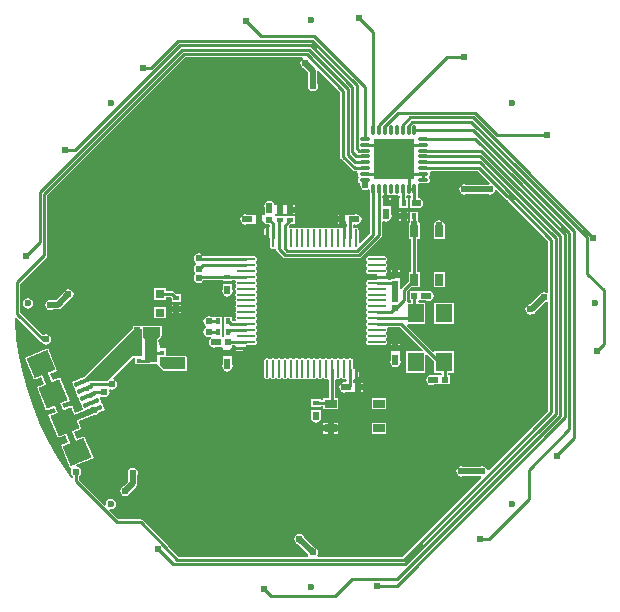
<source format=gtl>
G04 Layer_Physical_Order=1*
G04 Layer_Color=255*
%FSAX25Y25*%
%MOIN*%
G70*
G01*
G75*
%ADD10R,0.03937X0.06299*%
%ADD11R,0.01772X0.01181*%
G04:AMPARAMS|DCode=12|XSize=56mil|YSize=14mil|CornerRadius=0mil|HoleSize=0mil|Usage=FLASHONLY|Rotation=22.500|XOffset=0mil|YOffset=0mil|HoleType=Round|Shape=Rectangle|*
%AMROTATEDRECTD12*
4,1,4,-0.02319,-0.01718,-0.02855,-0.00425,0.02319,0.01718,0.02855,0.00425,-0.02319,-0.01718,0.0*
%
%ADD12ROTATEDRECTD12*%

G04:AMPARAMS|DCode=13|XSize=71mil|YSize=75mil|CornerRadius=0mil|HoleSize=0mil|Usage=FLASHONLY|Rotation=292.500|XOffset=0mil|YOffset=0mil|HoleType=Round|Shape=Rectangle|*
%AMROTATEDRECTD13*
4,1,4,-0.04823,0.01845,0.02106,0.04715,0.04823,-0.01845,-0.02106,-0.04715,-0.04823,0.01845,0.0*
%
%ADD13ROTATEDRECTD13*%

%ADD14P,0.10607X4X337.5*%
%ADD15R,0.03937X0.02559*%
%ADD16O,0.06102X0.00984*%
%ADD17O,0.00984X0.06102*%
G04:AMPARAMS|DCode=18|XSize=135.83mil|YSize=135.83mil|CornerRadius=2.04mil|HoleSize=0mil|Usage=FLASHONLY|Rotation=180.000|XOffset=0mil|YOffset=0mil|HoleType=Round|Shape=RoundedRectangle|*
%AMROUNDEDRECTD18*
21,1,0.13583,0.13175,0,0,180.0*
21,1,0.13175,0.13583,0,0,180.0*
1,1,0.00408,-0.06588,0.06588*
1,1,0.00408,0.06588,0.06588*
1,1,0.00408,0.06588,-0.06588*
1,1,0.00408,-0.06588,-0.06588*
%
%ADD18ROUNDEDRECTD18*%
G04:AMPARAMS|DCode=19|XSize=11.02mil|YSize=33.47mil|CornerRadius=1.98mil|HoleSize=0mil|Usage=FLASHONLY|Rotation=180.000|XOffset=0mil|YOffset=0mil|HoleType=Round|Shape=RoundedRectangle|*
%AMROUNDEDRECTD19*
21,1,0.01102,0.02950,0,0,180.0*
21,1,0.00706,0.03347,0,0,180.0*
1,1,0.00397,-0.00353,0.01475*
1,1,0.00397,0.00353,0.01475*
1,1,0.00397,0.00353,-0.01475*
1,1,0.00397,-0.00353,-0.01475*
%
%ADD19ROUNDEDRECTD19*%
G04:AMPARAMS|DCode=20|XSize=11.02mil|YSize=33.47mil|CornerRadius=1.98mil|HoleSize=0mil|Usage=FLASHONLY|Rotation=270.000|XOffset=0mil|YOffset=0mil|HoleType=Round|Shape=RoundedRectangle|*
%AMROUNDEDRECTD20*
21,1,0.01102,0.02950,0,0,270.0*
21,1,0.00706,0.03347,0,0,270.0*
1,1,0.00397,-0.01475,-0.00353*
1,1,0.00397,-0.01475,0.00353*
1,1,0.00397,0.01475,0.00353*
1,1,0.00397,0.01475,-0.00353*
%
%ADD20ROUNDEDRECTD20*%
%ADD21R,0.02165X0.01772*%
%ADD22R,0.03150X0.02756*%
%ADD23R,0.05118X0.02756*%
%ADD24R,0.01969X0.02047*%
%ADD25R,0.05500X0.06300*%
%ADD26R,0.02559X0.03937*%
%ADD27R,0.01772X0.02165*%
%ADD28R,0.02047X0.01969*%
%ADD29C,0.02000*%
%ADD30C,0.01000*%
%ADD31C,0.02362*%
%ADD32C,0.02400*%
G36*
X0452500Y0244000D02*
X0449500D01*
X0441000Y0235500D01*
X0433500D01*
Y0236500D01*
X0450000Y0253000D01*
X0452500D01*
Y0244000D01*
D02*
G37*
G36*
X0458500Y0250500D02*
X0457500Y0249500D01*
Y0245500D01*
X0453500D01*
X0453500Y0249500D01*
X0453000Y0250000D01*
X0453000Y0253500D01*
X0458500D01*
Y0250500D01*
D02*
G37*
G36*
X0506156Y0342980D02*
X0505774Y0342726D01*
X0505399Y0342163D01*
X0505267Y0341500D01*
X0505399Y0340837D01*
X0505774Y0340274D01*
X0506337Y0339899D01*
X0506464Y0339873D01*
X0507971Y0338367D01*
Y0334771D01*
X0507899Y0334663D01*
X0507767Y0334000D01*
X0507899Y0333337D01*
X0508274Y0332774D01*
X0508837Y0332399D01*
X0509500Y0332267D01*
X0510163Y0332399D01*
X0510726Y0332774D01*
X0511101Y0333337D01*
X0511233Y0334000D01*
X0511101Y0334663D01*
X0511029Y0334771D01*
Y0338836D01*
X0511458Y0339054D01*
X0511512Y0339060D01*
X0518563Y0332010D01*
Y0310417D01*
X0518641Y0310027D01*
X0518862Y0309696D01*
X0522732Y0305826D01*
X0523063Y0305605D01*
X0523453Y0305528D01*
X0524238D01*
X0524332Y0305449D01*
X0524588Y0305028D01*
X0524569Y0304931D01*
Y0304226D01*
X0524623Y0303954D01*
X0524778Y0303723D01*
Y0303467D01*
X0524623Y0303236D01*
X0524569Y0302963D01*
Y0302257D01*
X0524623Y0301985D01*
X0524778Y0301754D01*
X0525009Y0301600D01*
X0525281Y0301545D01*
X0525357Y0301453D01*
X0525267Y0301000D01*
X0525399Y0300337D01*
X0525774Y0299774D01*
X0526337Y0299399D01*
X0527000Y0299267D01*
X0527663Y0299399D01*
X0528045Y0299654D01*
X0528545Y0299421D01*
Y0298281D01*
X0528591Y0298054D01*
Y0284852D01*
X0525237Y0281498D01*
X0524775Y0281690D01*
Y0285811D01*
X0524698Y0286198D01*
X0524479Y0286526D01*
X0524151Y0286746D01*
X0523764Y0286823D01*
X0523377Y0286746D01*
X0523315Y0286704D01*
X0522815Y0286971D01*
Y0287752D01*
X0523315Y0287913D01*
X0523337Y0287899D01*
X0524000Y0287767D01*
X0524663Y0287899D01*
X0525226Y0288274D01*
X0525601Y0288837D01*
X0525733Y0289500D01*
X0525601Y0290163D01*
X0525226Y0290726D01*
X0524663Y0291101D01*
X0524000Y0291233D01*
X0523337Y0291101D01*
X0523220Y0291024D01*
X0521370D01*
X0521130Y0291024D01*
Y0291024D01*
X0520870D01*
Y0291024D01*
X0520386D01*
Y0289500D01*
Y0287976D01*
X0520776D01*
Y0286971D01*
X0520276Y0286704D01*
X0520214Y0286746D01*
X0519827Y0286823D01*
X0519440Y0286746D01*
X0519111Y0286526D01*
X0518574D01*
X0518245Y0286746D01*
X0517858Y0286823D01*
X0517471Y0286746D01*
X0517143Y0286526D01*
X0516605D01*
X0516277Y0286746D01*
X0515890Y0286823D01*
X0515503Y0286746D01*
X0515174Y0286526D01*
X0514637D01*
X0514308Y0286746D01*
X0513921Y0286823D01*
X0513534Y0286746D01*
X0513206Y0286526D01*
X0512668D01*
X0512340Y0286746D01*
X0511953Y0286823D01*
X0511566Y0286746D01*
X0511237Y0286526D01*
X0510700D01*
X0510371Y0286746D01*
X0509984Y0286823D01*
X0509597Y0286746D01*
X0509269Y0286526D01*
X0508731D01*
X0508403Y0286746D01*
X0508016Y0286823D01*
X0507629Y0286746D01*
X0507301Y0286526D01*
X0506763D01*
X0506434Y0286746D01*
X0506047Y0286823D01*
X0505660Y0286746D01*
X0505332Y0286526D01*
X0504794D01*
X0504466Y0286746D01*
X0504079Y0286823D01*
X0503692Y0286746D01*
X0503364Y0286526D01*
X0502825D01*
X0502497Y0286746D01*
X0502110Y0286823D01*
X0501723Y0286746D01*
X0501536Y0287179D01*
X0501510Y0287297D01*
X0502056Y0287842D01*
X0503583D01*
Y0290614D01*
X0500583D01*
X0500417Y0290614D01*
Y0290614D01*
X0500083D01*
Y0290614D01*
X0497237D01*
X0496775Y0291055D01*
X0496775Y0291293D01*
X0496918Y0291386D01*
X0497024Y0291386D01*
X0497500D01*
Y0292772D01*
Y0294158D01*
X0497212D01*
X0496917Y0294158D01*
X0496627Y0294537D01*
X0496601Y0294663D01*
X0496226Y0295226D01*
X0495663Y0295601D01*
X0495000Y0295733D01*
X0494337Y0295601D01*
X0493774Y0295226D01*
X0493399Y0294663D01*
X0493267Y0294000D01*
X0493399Y0293337D01*
X0493476Y0293220D01*
Y0291318D01*
X0493132Y0291050D01*
X0493020Y0291024D01*
X0492614D01*
Y0289500D01*
Y0287976D01*
X0493007D01*
X0493476Y0287902D01*
X0493567Y0287902D01*
X0495042D01*
X0495185Y0287759D01*
Y0286971D01*
X0494685Y0286704D01*
X0494623Y0286746D01*
X0494236Y0286823D01*
X0493849Y0286746D01*
X0493521Y0286526D01*
X0493302Y0286198D01*
X0493225Y0285811D01*
Y0284252D01*
X0494236D01*
Y0283252D01*
X0495185D01*
X0495193Y0283211D01*
Y0280693D01*
X0495236Y0280475D01*
Y0279978D01*
X0495490D01*
X0495818Y0279758D01*
X0496205Y0279681D01*
X0496592Y0279758D01*
X0496654Y0279800D01*
X0496824Y0279767D01*
X0497184Y0279553D01*
X0497231Y0279315D01*
X0497452Y0278984D01*
X0499658Y0276779D01*
X0499989Y0276558D01*
X0500379Y0276480D01*
X0524802D01*
X0525192Y0276558D01*
X0525523Y0276779D01*
X0532300Y0283555D01*
X0532521Y0283886D01*
X0532598Y0284276D01*
Y0288791D01*
X0533098Y0289058D01*
X0533337Y0288899D01*
X0534000Y0288767D01*
X0534663Y0288899D01*
X0535226Y0289274D01*
X0535601Y0289837D01*
X0535733Y0290500D01*
X0535601Y0291163D01*
X0535524Y0291280D01*
Y0293370D01*
X0535524D01*
Y0293630D01*
X0535524D01*
Y0294114D01*
X0534000D01*
Y0295114D01*
X0533000D01*
Y0296598D01*
X0532598D01*
Y0297238D01*
X0532677Y0297332D01*
X0533098Y0297588D01*
X0533194Y0297569D01*
X0533900D01*
X0534172Y0297623D01*
X0534404Y0297778D01*
X0534659D01*
X0534891Y0297623D01*
X0535163Y0297569D01*
X0535869D01*
X0536141Y0297623D01*
X0536372Y0297778D01*
X0536628D01*
X0536859Y0297623D01*
X0537132Y0297569D01*
X0537837D01*
X0537933Y0297588D01*
X0538354Y0297332D01*
X0538433Y0297238D01*
Y0296583D01*
X0538343D01*
Y0293417D01*
X0541114D01*
Y0296583D01*
X0540472D01*
Y0297238D01*
X0540551Y0297332D01*
X0540972Y0297588D01*
X0541069Y0297569D01*
X0541774D01*
X0541870Y0297588D01*
X0542291Y0297332D01*
X0542370Y0297238D01*
Y0296583D01*
X0541886D01*
Y0293417D01*
X0543809D01*
X0543837Y0293399D01*
X0544500Y0293267D01*
X0545163Y0293399D01*
X0545726Y0293774D01*
X0546101Y0294337D01*
X0546233Y0295000D01*
X0546101Y0295663D01*
X0545726Y0296226D01*
X0545163Y0296601D01*
X0544500Y0296733D01*
X0544409Y0296808D01*
Y0298054D01*
X0544455Y0298281D01*
Y0301098D01*
X0544639Y0301361D01*
X0544902Y0301545D01*
X0547719D01*
X0547991Y0301600D01*
X0548222Y0301754D01*
X0548377Y0301985D01*
X0548431Y0302257D01*
Y0302963D01*
X0548377Y0303236D01*
X0548222Y0303467D01*
Y0303723D01*
X0548377Y0303954D01*
X0548431Y0304226D01*
Y0304931D01*
X0548412Y0305028D01*
X0548668Y0305449D01*
X0548762Y0305528D01*
X0564628D01*
X0568439Y0301716D01*
X0568262Y0301186D01*
X0567837Y0301101D01*
X0567729Y0301029D01*
X0560771D01*
X0560663Y0301101D01*
X0560000Y0301233D01*
X0559337Y0301101D01*
X0558774Y0300726D01*
X0558399Y0300163D01*
X0558267Y0299500D01*
X0558399Y0298837D01*
X0558774Y0298274D01*
X0559337Y0297899D01*
X0560000Y0297767D01*
X0560663Y0297899D01*
X0560771Y0297971D01*
X0567729D01*
X0567837Y0297899D01*
X0568500Y0297767D01*
X0569163Y0297899D01*
X0569726Y0298274D01*
X0570101Y0298837D01*
X0570186Y0299262D01*
X0570716Y0299439D01*
X0573669Y0296486D01*
X0573732Y0296444D01*
X0587980Y0282196D01*
Y0265157D01*
X0587480Y0264890D01*
X0587163Y0265101D01*
X0586500Y0265233D01*
X0585837Y0265101D01*
X0585274Y0264726D01*
X0584899Y0264163D01*
X0584873Y0264036D01*
X0582059Y0261222D01*
X0582000Y0261233D01*
X0581337Y0261101D01*
X0580774Y0260726D01*
X0580399Y0260163D01*
X0580267Y0259500D01*
X0580399Y0258837D01*
X0580774Y0258274D01*
X0581337Y0257899D01*
X0582000Y0257767D01*
X0582663Y0257899D01*
X0582886Y0258047D01*
X0583085Y0258087D01*
X0583581Y0258419D01*
X0587036Y0261873D01*
X0587163Y0261899D01*
X0587480Y0262110D01*
X0587980Y0261843D01*
Y0225786D01*
X0568102Y0205908D01*
X0567623Y0206053D01*
X0567601Y0206163D01*
X0567226Y0206726D01*
X0566663Y0207101D01*
X0566000Y0207233D01*
X0565337Y0207101D01*
X0565229Y0207029D01*
X0559771D01*
X0559663Y0207101D01*
X0559000Y0207233D01*
X0558337Y0207101D01*
X0557774Y0206726D01*
X0557399Y0206163D01*
X0557267Y0205500D01*
X0557399Y0204837D01*
X0557774Y0204274D01*
X0558337Y0203899D01*
X0559000Y0203767D01*
X0559663Y0203899D01*
X0559771Y0203971D01*
X0565229D01*
X0565337Y0203899D01*
X0565447Y0203877D01*
X0565592Y0203398D01*
X0539328Y0177134D01*
X0511233D01*
X0510966Y0177634D01*
X0511101Y0177837D01*
X0511233Y0178500D01*
X0511101Y0179163D01*
X0510726Y0179726D01*
X0510163Y0180101D01*
X0510036Y0180127D01*
X0506627Y0183536D01*
X0506601Y0183663D01*
X0506226Y0184226D01*
X0505663Y0184601D01*
X0505000Y0184733D01*
X0504337Y0184601D01*
X0503774Y0184226D01*
X0503399Y0183663D01*
X0503267Y0183000D01*
X0503399Y0182337D01*
X0503774Y0181774D01*
X0504337Y0181399D01*
X0504464Y0181373D01*
X0507873Y0177964D01*
X0507899Y0177837D01*
X0508034Y0177634D01*
X0507767Y0177134D01*
X0464808D01*
X0461154Y0180788D01*
X0461148Y0180815D01*
X0460927Y0181146D01*
X0452852Y0189221D01*
X0452521Y0189442D01*
X0452131Y0189520D01*
X0444613D01*
X0441574Y0192558D01*
X0441821Y0193019D01*
X0442165Y0192950D01*
X0442820Y0193081D01*
X0443376Y0193453D01*
X0443748Y0194009D01*
X0443879Y0194665D01*
X0443748Y0195320D01*
X0443376Y0195877D01*
X0442820Y0196248D01*
X0442165Y0196379D01*
X0441509Y0196248D01*
X0440952Y0195877D01*
X0440581Y0195320D01*
X0440450Y0194665D01*
X0440519Y0194321D01*
X0440058Y0194074D01*
X0431533Y0202600D01*
Y0203905D01*
X0431739Y0204043D01*
X0432114Y0204605D01*
X0432246Y0205269D01*
X0432114Y0205932D01*
X0431739Y0206494D01*
X0431176Y0206870D01*
X0431046Y0206896D01*
X0430688Y0207477D01*
X0430719Y0207589D01*
X0436450Y0209963D01*
X0433350Y0217447D01*
X0430836Y0216406D01*
X0429880Y0218715D01*
X0432393Y0219756D01*
X0431520Y0221865D01*
X0431716Y0222325D01*
X0436464Y0224187D01*
X0436618Y0224156D01*
X0437281Y0224289D01*
X0437843Y0224664D01*
X0438219Y0225226D01*
X0438225Y0225257D01*
X0440126Y0226044D01*
X0439207Y0228261D01*
X0439207Y0228261D01*
X0439016Y0228723D01*
X0438441Y0230111D01*
X0438764Y0230638D01*
X0438945Y0230660D01*
X0439337Y0230399D01*
X0440000Y0230267D01*
X0440663Y0230399D01*
X0441226Y0230774D01*
X0441601Y0231337D01*
X0441733Y0232000D01*
X0441641Y0232467D01*
X0441649Y0232486D01*
X0442014Y0232851D01*
X0442033Y0232859D01*
X0442500Y0232767D01*
X0443163Y0232899D01*
X0443726Y0233274D01*
X0444101Y0233837D01*
X0444233Y0234500D01*
X0444101Y0235163D01*
X0443726Y0235726D01*
X0443163Y0236101D01*
X0443089Y0236116D01*
X0442924Y0236659D01*
X0449724Y0243459D01*
X0450276D01*
Y0241350D01*
X0453047D01*
Y0241350D01*
X0457459D01*
X0457959Y0241000D01*
X0457959Y0241000D01*
X0458117Y0240617D01*
X0458117D01*
X0459617Y0239117D01*
X0459617Y0239117D01*
X0460000Y0238959D01*
X0460000Y0238959D01*
X0467000D01*
X0467383Y0239117D01*
X0467492Y0239382D01*
X0467559D01*
Y0243138D01*
X0467541D01*
Y0243500D01*
X0467383Y0243883D01*
X0467000Y0244041D01*
X0460724D01*
Y0246091D01*
X0460724D01*
Y0246468D01*
X0460724D01*
Y0246500D01*
X0458500D01*
X0458502Y0247559D01*
X0458339D01*
Y0248650D01*
X0458041D01*
Y0249276D01*
X0458883Y0250117D01*
X0459041Y0250500D01*
X0459041Y0250500D01*
Y0250513D01*
X0459130Y0250976D01*
D01*
Y0254024D01*
X0459130D01*
X0458542Y0254024D01*
X0458500Y0254041D01*
X0453000D01*
X0452630Y0254024D01*
X0452370D01*
X0452370Y0254024D01*
X0449402D01*
Y0253167D01*
X0433159Y0236924D01*
X0429161Y0235268D01*
X0430080Y0233051D01*
X0430080Y0233051D01*
X0430140Y0232904D01*
X0430140Y0232904D01*
X0431059Y0230687D01*
X0431059Y0230687D01*
X0431250Y0230225D01*
X0431923Y0228600D01*
X0432115Y0228138D01*
X0432230Y0227860D01*
X0432823Y0226428D01*
X0432627Y0225968D01*
X0430212Y0225021D01*
X0429141Y0227609D01*
X0426627Y0226568D01*
X0426053Y0227954D01*
X0428566Y0228995D01*
X0425314Y0236848D01*
X0422800Y0235807D01*
X0421863Y0238069D01*
X0424377Y0239110D01*
X0421277Y0246593D01*
X0413424Y0243340D01*
X0416524Y0235857D01*
X0419037Y0236898D01*
X0419974Y0234636D01*
X0417461Y0233595D01*
X0420714Y0225742D01*
X0423227Y0226783D01*
X0423801Y0225398D01*
X0421287Y0224357D01*
X0424540Y0216504D01*
X0427054Y0217545D01*
X0428011Y0215235D01*
X0425497Y0214194D01*
X0428597Y0206710D01*
X0428727Y0206764D01*
X0428828Y0206707D01*
X0428985Y0206042D01*
X0428912Y0205932D01*
X0428780Y0205269D01*
X0428912Y0204605D01*
X0429287Y0204043D01*
X0429493Y0203905D01*
Y0203396D01*
X0429018Y0203240D01*
X0427529Y0205264D01*
X0424282Y0210286D01*
X0421344Y0215495D01*
X0418726Y0220871D01*
X0416438Y0226396D01*
X0414487Y0232049D01*
X0412882Y0237809D01*
X0411626Y0243656D01*
X0410727Y0249568D01*
X0410185Y0255523D01*
X0410150Y0256701D01*
X0410644Y0256914D01*
X0418779Y0248779D01*
X0419065Y0248588D01*
X0419274Y0248274D01*
X0419837Y0247899D01*
X0420500Y0247767D01*
X0421163Y0247899D01*
X0421726Y0248274D01*
X0422101Y0248837D01*
X0422233Y0249500D01*
X0422101Y0250163D01*
X0421726Y0250726D01*
X0421163Y0251101D01*
X0420500Y0251233D01*
X0419837Y0251101D01*
X0419539Y0250903D01*
X0412020Y0258422D01*
Y0268078D01*
X0420721Y0276779D01*
X0420942Y0277110D01*
X0421020Y0277500D01*
Y0297578D01*
X0466922Y0343480D01*
X0506004D01*
X0506156Y0342980D01*
D02*
G37*
G36*
X0467000Y0239500D02*
X0460000D01*
X0458500Y0241000D01*
X0458500Y0243500D01*
X0467000D01*
Y0239500D01*
D02*
G37*
%LPC*%
G36*
X0489865Y0245736D02*
X0488248D01*
Y0245725D01*
X0489807D01*
X0489865Y0245736D01*
D02*
G37*
G36*
X0524764Y0242365D02*
Y0240748D01*
X0524775D01*
Y0242307D01*
X0524764Y0242365D01*
D02*
G37*
G36*
X0521795Y0243319D02*
X0521408Y0243242D01*
X0521080Y0243022D01*
X0520542D01*
X0520214Y0243242D01*
X0519827Y0243319D01*
X0519440Y0243242D01*
X0519111Y0243022D01*
X0518574D01*
X0518245Y0243242D01*
X0517858Y0243319D01*
X0517471Y0243242D01*
X0517143Y0243022D01*
X0516605D01*
X0516277Y0243242D01*
X0515890Y0243319D01*
X0515503Y0243242D01*
X0515174Y0243022D01*
X0514637D01*
X0514308Y0243242D01*
X0513921Y0243319D01*
X0513534Y0243242D01*
X0513206Y0243022D01*
X0512668D01*
X0512340Y0243242D01*
X0511953Y0243319D01*
X0511566Y0243242D01*
X0511237Y0243022D01*
X0510700D01*
X0510371Y0243242D01*
X0509984Y0243319D01*
X0509597Y0243242D01*
X0509269Y0243022D01*
X0508731D01*
X0508403Y0243242D01*
X0508016Y0243319D01*
X0507629Y0243242D01*
X0507301Y0243022D01*
X0506763D01*
X0506434Y0243242D01*
X0506047Y0243319D01*
X0505660Y0243242D01*
X0505332Y0243022D01*
X0504794D01*
X0504466Y0243242D01*
X0504079Y0243319D01*
X0503692Y0243242D01*
X0503364Y0243022D01*
X0502825D01*
X0502497Y0243242D01*
X0502110Y0243319D01*
X0501723Y0243242D01*
X0501395Y0243022D01*
X0500857D01*
X0500529Y0243242D01*
X0500142Y0243319D01*
X0499755Y0243242D01*
X0499427Y0243022D01*
X0498888D01*
X0498560Y0243242D01*
X0498173Y0243319D01*
X0497786Y0243242D01*
X0497458Y0243022D01*
X0496920D01*
X0496592Y0243242D01*
X0496205Y0243319D01*
X0495818Y0243242D01*
X0495490Y0243022D01*
X0494951D01*
X0494623Y0243242D01*
X0494236Y0243319D01*
X0493849Y0243242D01*
X0493521Y0243022D01*
X0493302Y0242694D01*
X0493225Y0242307D01*
Y0237189D01*
X0493302Y0236802D01*
X0493521Y0236474D01*
X0493849Y0236254D01*
X0494236Y0236177D01*
X0494623Y0236254D01*
X0494951Y0236474D01*
X0495490D01*
X0495818Y0236254D01*
X0496205Y0236177D01*
X0496592Y0236254D01*
X0496920Y0236474D01*
X0497458D01*
X0497786Y0236254D01*
X0498173Y0236177D01*
X0498560Y0236254D01*
X0498888Y0236474D01*
X0499427D01*
X0499755Y0236254D01*
X0500142Y0236177D01*
X0500529Y0236254D01*
X0500857Y0236474D01*
X0501395D01*
X0501723Y0236254D01*
X0502110Y0236177D01*
X0502497Y0236254D01*
X0502825Y0236474D01*
X0503364D01*
X0503692Y0236254D01*
X0504079Y0236177D01*
X0504466Y0236254D01*
X0504794Y0236474D01*
X0505332D01*
X0505660Y0236254D01*
X0506047Y0236177D01*
X0506434Y0236254D01*
X0506763Y0236474D01*
X0507301D01*
X0507629Y0236254D01*
X0508016Y0236177D01*
X0508403Y0236254D01*
X0508731Y0236474D01*
X0509269D01*
X0509597Y0236254D01*
X0509984Y0236177D01*
X0510371Y0236254D01*
X0510700Y0236474D01*
X0511237D01*
X0511566Y0236254D01*
X0511953Y0236177D01*
X0512340Y0236254D01*
X0512668Y0236474D01*
X0513206D01*
X0513534Y0236254D01*
X0513921Y0236177D01*
X0514308Y0236254D01*
X0514370Y0236296D01*
X0514870Y0236029D01*
Y0229913D01*
X0512961D01*
Y0229291D01*
X0512083D01*
Y0229658D01*
X0508917D01*
Y0226886D01*
X0512083D01*
Y0227252D01*
X0512961D01*
Y0226354D01*
X0517898D01*
Y0229913D01*
X0516909D01*
Y0236029D01*
X0517409Y0236296D01*
X0517471Y0236254D01*
X0517858Y0236177D01*
X0518245Y0236254D01*
X0518574Y0236474D01*
X0519111D01*
X0519440Y0236254D01*
X0519827Y0236177D01*
X0520214Y0236254D01*
X0520276Y0236296D01*
X0520734Y0236051D01*
X0520756Y0235566D01*
X0520276Y0235178D01*
X0520000Y0235233D01*
X0519337Y0235101D01*
X0518774Y0234726D01*
X0518399Y0234163D01*
X0518267Y0233500D01*
X0518399Y0232837D01*
X0518774Y0232274D01*
X0519337Y0231899D01*
X0520000Y0231767D01*
X0520663Y0231899D01*
X0520780Y0231976D01*
X0523000Y0231976D01*
X0523370Y0231976D01*
X0523614D01*
Y0233500D01*
Y0235024D01*
X0523370D01*
X0523130Y0235024D01*
X0522815Y0235393D01*
Y0236029D01*
X0523315Y0236296D01*
X0523377Y0236254D01*
X0523764Y0236177D01*
X0524151Y0236254D01*
X0524479Y0236474D01*
X0524698Y0236802D01*
X0524775Y0237189D01*
Y0238748D01*
X0523764D01*
Y0239748D01*
X0522815D01*
X0522807Y0239789D01*
Y0242307D01*
X0522764Y0242525D01*
Y0243022D01*
X0522510D01*
X0522182Y0243242D01*
X0521795Y0243319D01*
D02*
G37*
G36*
X0529752Y0245736D02*
X0528135D01*
X0528193Y0245725D01*
X0529752D01*
Y0245736D01*
D02*
G37*
G36*
X0556500Y0261800D02*
X0550000D01*
Y0254500D01*
X0556500D01*
Y0261800D01*
D02*
G37*
G36*
X0471500Y0278233D02*
X0470837Y0278101D01*
X0470274Y0277726D01*
X0469899Y0277163D01*
X0469767Y0276500D01*
X0469899Y0275837D01*
X0470274Y0275274D01*
X0470636Y0275032D01*
Y0274467D01*
X0470274Y0274226D01*
X0469899Y0273663D01*
X0469767Y0273000D01*
X0469899Y0272337D01*
X0470274Y0271774D01*
X0470311Y0271750D01*
Y0271250D01*
X0470274Y0271226D01*
X0469899Y0270663D01*
X0469767Y0270000D01*
X0469899Y0269337D01*
X0470274Y0268774D01*
X0470837Y0268399D01*
X0471500Y0268267D01*
X0472163Y0268399D01*
X0472726Y0268774D01*
X0473045Y0269252D01*
X0479417D01*
Y0268886D01*
X0482583D01*
Y0269339D01*
X0483528D01*
X0483796Y0268839D01*
X0483754Y0268777D01*
X0483677Y0268390D01*
X0483754Y0268003D01*
X0483974Y0267674D01*
Y0267137D01*
X0483754Y0266808D01*
X0483677Y0266421D01*
X0483754Y0266034D01*
X0483974Y0265706D01*
Y0265168D01*
X0483754Y0264840D01*
X0483677Y0264453D01*
X0483754Y0264066D01*
X0483974Y0263738D01*
Y0263199D01*
X0483754Y0262871D01*
X0483677Y0262484D01*
X0483754Y0262097D01*
X0483974Y0261769D01*
Y0261231D01*
X0483754Y0260903D01*
X0483677Y0260516D01*
X0483754Y0260129D01*
X0483974Y0259801D01*
Y0259262D01*
X0483754Y0258934D01*
X0483677Y0258547D01*
X0483754Y0258160D01*
X0483974Y0257832D01*
Y0257294D01*
X0483754Y0256966D01*
X0483677Y0256579D01*
X0483754Y0256192D01*
X0483796Y0256130D01*
X0483528Y0255630D01*
X0482657D01*
Y0257083D01*
X0479886D01*
Y0254083D01*
X0479886Y0253917D01*
X0479886D01*
Y0253583D01*
X0479886D01*
Y0250737D01*
X0479445Y0250275D01*
X0479207Y0250275D01*
X0479114Y0250418D01*
X0479114Y0250524D01*
Y0253417D01*
X0479114Y0253917D01*
X0479114Y0254083D01*
Y0257083D01*
X0476342D01*
Y0257047D01*
X0476314Y0257021D01*
X0475843Y0256826D01*
X0475430Y0257101D01*
X0474767Y0257233D01*
X0474103Y0257101D01*
X0473541Y0256726D01*
X0473165Y0256163D01*
X0473033Y0255500D01*
X0473165Y0254837D01*
X0473541Y0254274D01*
X0473903Y0254032D01*
Y0253467D01*
X0473541Y0253226D01*
X0473165Y0252663D01*
X0473033Y0252000D01*
X0473165Y0251337D01*
X0473541Y0250774D01*
X0474103Y0250399D01*
X0474767Y0250267D01*
X0475430Y0250399D01*
X0475639Y0249969D01*
X0475274Y0249726D01*
X0474899Y0249163D01*
X0474767Y0248500D01*
X0474899Y0247837D01*
X0475274Y0247274D01*
X0475837Y0246899D01*
X0476500Y0246767D01*
X0477163Y0246899D01*
X0477280Y0246976D01*
X0479182D01*
X0479450Y0246632D01*
X0479476Y0246520D01*
Y0246114D01*
X0481000D01*
X0482524D01*
Y0246507D01*
X0482598Y0246976D01*
X0482598Y0247067D01*
Y0247685D01*
X0483528D01*
X0483796Y0247185D01*
X0483754Y0247123D01*
X0483677Y0246736D01*
X0483754Y0246349D01*
X0483974Y0246021D01*
X0484302Y0245802D01*
X0484689Y0245725D01*
X0486248D01*
Y0246736D01*
X0487248D01*
Y0247685D01*
X0487289Y0247693D01*
X0489807D01*
X0490025Y0247736D01*
X0490522D01*
Y0247989D01*
X0490742Y0248318D01*
X0490819Y0248705D01*
X0490742Y0249092D01*
X0490522Y0249420D01*
Y0249958D01*
X0490742Y0250286D01*
X0490819Y0250673D01*
X0490742Y0251060D01*
X0490522Y0251389D01*
Y0251926D01*
X0490742Y0252255D01*
X0490819Y0252642D01*
X0490742Y0253029D01*
X0490522Y0253357D01*
Y0253895D01*
X0490742Y0254223D01*
X0490819Y0254610D01*
X0490742Y0254997D01*
X0490522Y0255326D01*
Y0255863D01*
X0490742Y0256192D01*
X0490819Y0256579D01*
X0490742Y0256966D01*
X0490522Y0257294D01*
Y0257832D01*
X0490742Y0258160D01*
X0490819Y0258547D01*
X0490742Y0258934D01*
X0490522Y0259262D01*
Y0259801D01*
X0490742Y0260129D01*
X0490819Y0260516D01*
X0490742Y0260903D01*
X0490522Y0261231D01*
Y0261769D01*
X0490742Y0262097D01*
X0490819Y0262484D01*
X0490742Y0262871D01*
X0490522Y0263199D01*
Y0263738D01*
X0490742Y0264066D01*
X0490819Y0264453D01*
X0490742Y0264840D01*
X0490522Y0265168D01*
Y0265706D01*
X0490742Y0266034D01*
X0490819Y0266421D01*
X0490742Y0266808D01*
X0490522Y0267137D01*
Y0267674D01*
X0490742Y0268003D01*
X0490819Y0268390D01*
X0490742Y0268777D01*
X0490522Y0269105D01*
Y0269643D01*
X0490742Y0269971D01*
X0490819Y0270358D01*
X0490742Y0270745D01*
X0490522Y0271074D01*
Y0271611D01*
X0490742Y0271940D01*
X0490819Y0272327D01*
X0490742Y0272714D01*
X0490522Y0273042D01*
Y0273580D01*
X0490742Y0273908D01*
X0490819Y0274295D01*
X0490742Y0274682D01*
X0490522Y0275011D01*
Y0275549D01*
X0490742Y0275877D01*
X0490819Y0276264D01*
X0490742Y0276651D01*
X0490522Y0276979D01*
X0490194Y0277198D01*
X0489807Y0277275D01*
X0487288D01*
X0487248Y0277283D01*
X0473021D01*
X0472726Y0277726D01*
X0472163Y0278101D01*
X0471500Y0278233D01*
D02*
G37*
G36*
X0460575Y0260228D02*
X0456425D01*
Y0256472D01*
X0460575D01*
Y0260228D01*
D02*
G37*
G36*
X0533369Y0245736D02*
X0531752D01*
Y0245725D01*
X0533311D01*
X0533369Y0245736D01*
D02*
G37*
G36*
X0536000Y0248098D02*
X0535476D01*
Y0247614D01*
X0536000D01*
Y0248098D01*
D02*
G37*
G36*
X0538524D02*
X0538000D01*
Y0247614D01*
X0538524D01*
Y0248098D01*
D02*
G37*
G36*
Y0245614D02*
X0537000D01*
X0535476D01*
Y0245000D01*
X0535476Y0244630D01*
Y0242780D01*
X0535399Y0242663D01*
X0535267Y0242000D01*
X0535399Y0241337D01*
X0535774Y0240774D01*
X0536337Y0240399D01*
X0537000Y0240267D01*
X0537663Y0240399D01*
X0538226Y0240774D01*
X0538601Y0241337D01*
X0538733Y0242000D01*
X0538601Y0242663D01*
X0538524Y0242780D01*
X0538524Y0245000D01*
X0538524Y0245370D01*
Y0245614D01*
D02*
G37*
G36*
X0534039Y0221646D02*
X0529102D01*
Y0218087D01*
X0534039D01*
Y0221646D01*
D02*
G37*
G36*
X0514429D02*
X0512961D01*
Y0220866D01*
X0514429D01*
Y0221646D01*
D02*
G37*
G36*
X0517898Y0218866D02*
X0516429D01*
Y0218087D01*
X0517898D01*
Y0218866D01*
D02*
G37*
G36*
X0449500Y0206733D02*
X0448837Y0206601D01*
X0448274Y0206226D01*
X0447899Y0205663D01*
X0447767Y0205000D01*
X0447899Y0204337D01*
X0447971Y0204229D01*
Y0202133D01*
X0446464Y0200627D01*
X0446337Y0200601D01*
X0445774Y0200226D01*
X0445399Y0199663D01*
X0445267Y0199000D01*
X0445399Y0198337D01*
X0445774Y0197774D01*
X0446337Y0197399D01*
X0447000Y0197267D01*
X0447663Y0197399D01*
X0448226Y0197774D01*
X0448601Y0198337D01*
X0448627Y0198464D01*
X0450581Y0200419D01*
X0450913Y0200915D01*
X0451029Y0201500D01*
Y0204229D01*
X0451101Y0204337D01*
X0451233Y0205000D01*
X0451101Y0205663D01*
X0450726Y0206226D01*
X0450163Y0206601D01*
X0449500Y0206733D01*
D02*
G37*
G36*
X0514429Y0218866D02*
X0512961D01*
Y0218087D01*
X0514429D01*
Y0218866D01*
D02*
G37*
G36*
X0517898Y0221646D02*
X0516429D01*
Y0220866D01*
X0517898D01*
Y0221646D01*
D02*
G37*
G36*
X0525614Y0235024D02*
Y0234500D01*
X0526098D01*
Y0235024D01*
X0525614D01*
D02*
G37*
G36*
X0482524Y0244114D02*
X0481000D01*
X0479476D01*
Y0243500D01*
X0479476Y0243130D01*
Y0241280D01*
X0479399Y0241163D01*
X0479267Y0240500D01*
X0479399Y0239837D01*
X0479774Y0239274D01*
X0480337Y0238899D01*
X0481000Y0238767D01*
X0481663Y0238899D01*
X0482226Y0239274D01*
X0482601Y0239837D01*
X0482733Y0240500D01*
X0482601Y0241163D01*
X0482524Y0241280D01*
X0482524Y0243500D01*
X0482524Y0243870D01*
Y0244114D01*
D02*
G37*
G36*
X0526098Y0232500D02*
X0525614D01*
Y0231976D01*
X0526098D01*
Y0232500D01*
D02*
G37*
G36*
X0512083Y0226114D02*
X0508917D01*
Y0224191D01*
X0508899Y0224163D01*
X0508767Y0223500D01*
X0508899Y0222837D01*
X0509274Y0222274D01*
X0509837Y0221899D01*
X0510500Y0221767D01*
X0511163Y0221899D01*
X0511726Y0222274D01*
X0512101Y0222837D01*
X0512233Y0223500D01*
X0512101Y0224163D01*
X0512083Y0224191D01*
Y0226114D01*
D02*
G37*
G36*
X0534039Y0229913D02*
X0529102D01*
Y0226354D01*
X0534039D01*
Y0229913D01*
D02*
G37*
G36*
X0538728Y0289500D02*
X0538343D01*
Y0288917D01*
X0538728D01*
Y0289500D01*
D02*
G37*
G36*
X0541114D02*
X0540728D01*
Y0288917D01*
X0541114D01*
Y0289500D01*
D02*
G37*
G36*
X0518386Y0291024D02*
X0517902D01*
Y0290500D01*
X0518386D01*
Y0291024D01*
D02*
G37*
G36*
X0551500Y0289233D02*
X0550837Y0289101D01*
X0550274Y0288726D01*
X0549899Y0288163D01*
X0549874Y0288039D01*
X0549854D01*
Y0287941D01*
X0549767Y0287500D01*
X0549854Y0287059D01*
Y0283102D01*
X0553413D01*
Y0288039D01*
X0553126D01*
X0553101Y0288163D01*
X0552726Y0288726D01*
X0552163Y0289101D01*
X0551500Y0289233D01*
D02*
G37*
G36*
X0487000Y0291233D02*
X0486337Y0291101D01*
X0485774Y0290726D01*
X0485399Y0290163D01*
X0485267Y0289500D01*
X0485399Y0288837D01*
X0485774Y0288274D01*
X0486337Y0287899D01*
X0487000Y0287767D01*
X0487663Y0287899D01*
X0487780Y0287976D01*
X0490000Y0287976D01*
X0490370Y0287976D01*
X0490614D01*
Y0289500D01*
Y0291024D01*
X0490000D01*
X0489630Y0291024D01*
X0487780D01*
X0487663Y0291101D01*
X0487000Y0291233D01*
D02*
G37*
G36*
X0518386Y0288500D02*
X0517902D01*
Y0287976D01*
X0518386D01*
Y0288500D01*
D02*
G37*
G36*
X0503000Y0294158D02*
Y0293772D01*
X0503583D01*
Y0294158D01*
X0503000D01*
D02*
G37*
G36*
X0500083Y0294158D02*
X0499917Y0294158D01*
X0499500D01*
Y0292772D01*
Y0291386D01*
X0499917D01*
X0500417Y0291386D01*
X0500583Y0291386D01*
X0501000D01*
Y0292772D01*
Y0294158D01*
X0500583D01*
X0500083Y0294158D01*
D02*
G37*
G36*
X0535524Y0296598D02*
X0535000D01*
Y0296114D01*
X0535524D01*
Y0296598D01*
D02*
G37*
G36*
X0503583Y0291772D02*
X0503000D01*
Y0291386D01*
X0503583D01*
Y0291772D01*
D02*
G37*
G36*
X0538728Y0292083D02*
X0538343D01*
Y0291500D01*
X0538728D01*
Y0292083D01*
D02*
G37*
G36*
X0541114D02*
X0540728D01*
Y0291500D01*
X0541114D01*
Y0292083D01*
D02*
G37*
G36*
X0493236Y0282252D02*
X0493225D01*
Y0280693D01*
X0493236Y0280635D01*
Y0282252D01*
D02*
G37*
G36*
X0463000Y0261114D02*
X0462417D01*
Y0260728D01*
X0463000D01*
Y0261114D01*
D02*
G37*
G36*
X0465583D02*
X0465000D01*
Y0260728D01*
X0465583D01*
Y0261114D01*
D02*
G37*
G36*
X0460575Y0266528D02*
X0456425D01*
Y0262772D01*
X0460575D01*
Y0263630D01*
X0462200D01*
X0462417Y0263412D01*
Y0261886D01*
X0465583D01*
Y0264657D01*
X0464056D01*
X0463343Y0265371D01*
X0463012Y0265592D01*
X0462622Y0265669D01*
X0460575D01*
Y0266528D01*
D02*
G37*
G36*
X0463000Y0258728D02*
X0462417D01*
Y0258343D01*
X0463000D01*
Y0258728D01*
D02*
G37*
G36*
X0465583D02*
X0465000D01*
Y0258343D01*
X0465583D01*
Y0258728D01*
D02*
G37*
G36*
X0414480Y0263214D02*
X0413824Y0263084D01*
X0413268Y0262712D01*
X0412897Y0262156D01*
X0412766Y0261500D01*
X0412897Y0260844D01*
X0413268Y0260288D01*
X0413824Y0259916D01*
X0414480Y0259786D01*
X0415136Y0259916D01*
X0415692Y0260288D01*
X0416064Y0260844D01*
X0416194Y0261500D01*
X0416064Y0262156D01*
X0415692Y0262712D01*
X0415136Y0263084D01*
X0414480Y0263214D01*
D02*
G37*
G36*
X0553413Y0271898D02*
X0549854D01*
Y0266961D01*
X0553413D01*
Y0271898D01*
D02*
G37*
G36*
X0536000Y0272598D02*
X0535476D01*
Y0272114D01*
X0536000D01*
Y0272598D01*
D02*
G37*
G36*
X0538524D02*
X0538000D01*
Y0272114D01*
X0538524D01*
Y0272598D01*
D02*
G37*
G36*
X0428000Y0266233D02*
X0427337Y0266101D01*
X0426774Y0265726D01*
X0426399Y0265163D01*
X0426373Y0265036D01*
X0423867Y0262529D01*
X0422771D01*
X0422663Y0262601D01*
X0422000Y0262733D01*
X0421337Y0262601D01*
X0420774Y0262226D01*
X0420399Y0261663D01*
X0420267Y0261000D01*
X0420399Y0260337D01*
X0420774Y0259774D01*
X0421337Y0259399D01*
X0422000Y0259267D01*
X0422663Y0259399D01*
X0422771Y0259471D01*
X0424500D01*
X0425085Y0259587D01*
X0425581Y0259919D01*
X0428536Y0262873D01*
X0428663Y0262899D01*
X0429226Y0263274D01*
X0429601Y0263837D01*
X0429733Y0264500D01*
X0429601Y0265163D01*
X0429226Y0265726D01*
X0428663Y0266101D01*
X0428000Y0266233D01*
D02*
G37*
G36*
X0482583Y0268114D02*
X0479417D01*
Y0266191D01*
X0479399Y0266163D01*
X0479267Y0265500D01*
X0479399Y0264837D01*
X0479774Y0264274D01*
X0480337Y0263899D01*
X0481000Y0263767D01*
X0481663Y0263899D01*
X0482226Y0264274D01*
X0482601Y0264837D01*
X0482733Y0265500D01*
X0482601Y0266163D01*
X0482583Y0266191D01*
Y0268114D01*
D02*
G37*
G36*
X0544658Y0292083D02*
X0541886D01*
Y0288917D01*
X0541886Y0288917D01*
X0541822Y0288737D01*
X0541765Y0288651D01*
X0541643Y0288039D01*
X0541587D01*
Y0283102D01*
X0542347D01*
Y0271898D01*
X0541587D01*
Y0269092D01*
X0539279Y0266784D01*
X0539058Y0266453D01*
X0538602Y0266602D01*
X0538529Y0266647D01*
Y0267886D01*
X0538524Y0267915D01*
X0538524Y0269500D01*
X0538524Y0269870D01*
Y0270114D01*
X0537000D01*
X0535476D01*
Y0269630D01*
X0535068Y0269409D01*
X0534472D01*
X0534204Y0269909D01*
X0534246Y0269971D01*
X0534323Y0270358D01*
X0534246Y0270745D01*
X0534026Y0271074D01*
Y0271611D01*
X0534246Y0271940D01*
X0534323Y0272327D01*
X0534246Y0272714D01*
X0534026Y0273042D01*
Y0273580D01*
X0534246Y0273908D01*
X0534323Y0274295D01*
X0534246Y0274682D01*
X0534026Y0275011D01*
Y0275549D01*
X0534246Y0275877D01*
X0534323Y0276264D01*
X0534246Y0276651D01*
X0534026Y0276979D01*
X0533698Y0277198D01*
X0533311Y0277275D01*
X0528193D01*
X0527806Y0277198D01*
X0527478Y0276979D01*
X0527258Y0276651D01*
X0527181Y0276264D01*
X0527258Y0275877D01*
X0527478Y0275549D01*
Y0275010D01*
X0527258Y0274682D01*
X0527181Y0274295D01*
X0527258Y0273908D01*
X0527478Y0273580D01*
Y0273042D01*
X0527258Y0272714D01*
X0527181Y0272327D01*
X0527258Y0271940D01*
X0527478Y0271611D01*
Y0271358D01*
X0527975D01*
X0528193Y0271315D01*
X0530752D01*
Y0269410D01*
X0530712Y0269402D01*
X0528193D01*
X0527976Y0269358D01*
X0527478D01*
Y0269105D01*
X0527258Y0268777D01*
X0527181Y0268390D01*
X0527258Y0268003D01*
X0527478Y0267674D01*
Y0267137D01*
X0527258Y0266808D01*
X0527181Y0266421D01*
X0527258Y0266034D01*
X0527478Y0265706D01*
Y0265168D01*
X0527258Y0264840D01*
X0527181Y0264453D01*
X0527258Y0264066D01*
X0527478Y0263738D01*
Y0263199D01*
X0527258Y0262871D01*
X0527181Y0262484D01*
X0527258Y0262097D01*
X0527478Y0261769D01*
Y0261231D01*
X0527258Y0260903D01*
X0527181Y0260516D01*
X0527258Y0260129D01*
X0527478Y0259801D01*
Y0259262D01*
X0527258Y0258934D01*
X0527181Y0258547D01*
X0527258Y0258160D01*
X0527478Y0257832D01*
Y0257294D01*
X0527258Y0256966D01*
X0527181Y0256579D01*
X0527258Y0256192D01*
X0527478Y0255863D01*
Y0255326D01*
X0527258Y0254997D01*
X0527181Y0254610D01*
X0527258Y0254223D01*
X0527478Y0253895D01*
Y0253357D01*
X0527258Y0253029D01*
X0527181Y0252642D01*
X0527258Y0252255D01*
X0527478Y0251926D01*
Y0251389D01*
X0527258Y0251060D01*
X0527181Y0250673D01*
X0527258Y0250286D01*
X0527478Y0249958D01*
Y0249420D01*
X0527258Y0249092D01*
X0527181Y0248705D01*
X0527258Y0248318D01*
X0527478Y0247989D01*
Y0247736D01*
X0527975D01*
X0528193Y0247693D01*
X0530752D01*
X0533311D01*
X0533529Y0247736D01*
X0534026D01*
Y0247989D01*
X0534246Y0248318D01*
X0534323Y0248705D01*
X0534246Y0249092D01*
X0534026Y0249420D01*
Y0249958D01*
X0534246Y0250286D01*
X0534323Y0250673D01*
X0534246Y0251060D01*
X0534026Y0251389D01*
Y0251926D01*
X0534246Y0252255D01*
X0534323Y0252642D01*
X0534246Y0253029D01*
X0534204Y0253091D01*
X0534472Y0253591D01*
X0538467D01*
X0546096Y0245962D01*
X0545905Y0245500D01*
X0540500D01*
Y0238200D01*
X0547000D01*
Y0244405D01*
X0547462Y0244596D01*
X0550000Y0242058D01*
Y0238200D01*
X0552210D01*
X0552417Y0237700D01*
X0552241Y0237524D01*
X0552000D01*
X0551630Y0237524D01*
X0549780D01*
X0549663Y0237601D01*
X0549000Y0237733D01*
X0548337Y0237601D01*
X0547774Y0237226D01*
X0547399Y0236663D01*
X0547267Y0236000D01*
X0547399Y0235337D01*
X0547774Y0234774D01*
X0548337Y0234399D01*
X0549000Y0234267D01*
X0549663Y0234399D01*
X0549780Y0234476D01*
X0552000Y0234476D01*
X0552370Y0234476D01*
X0555098D01*
Y0237524D01*
X0554634D01*
Y0238200D01*
X0556500D01*
Y0245500D01*
X0550000D01*
Y0245500D01*
X0549605Y0245337D01*
X0540942Y0254000D01*
X0541149Y0254500D01*
X0547000D01*
Y0261800D01*
X0544790D01*
X0544583Y0262300D01*
X0544759Y0262476D01*
X0545000D01*
X0545370Y0262476D01*
X0547220D01*
X0547337Y0262399D01*
X0548000Y0262267D01*
X0548663Y0262399D01*
X0549226Y0262774D01*
X0549601Y0263337D01*
X0549733Y0264000D01*
X0549601Y0264663D01*
X0549226Y0265226D01*
X0548663Y0265601D01*
X0548000Y0265733D01*
X0547337Y0265601D01*
X0547220Y0265524D01*
X0545000Y0265524D01*
X0544630Y0265524D01*
X0541902D01*
Y0262476D01*
X0542366D01*
Y0261800D01*
X0541208D01*
X0540941Y0262300D01*
X0540942Y0262302D01*
X0541020Y0262692D01*
Y0265641D01*
X0542340Y0266961D01*
X0545146D01*
Y0271898D01*
X0544386D01*
Y0283102D01*
X0545146D01*
Y0288039D01*
X0545089D01*
X0544968Y0288651D01*
X0544658Y0289116D01*
Y0292083D01*
D02*
G37*
%LPD*%
D10*
X0455500Y0245000D02*
D03*
D11*
X0451661Y0242441D02*
D03*
Y0245000D02*
D03*
Y0247559D02*
D03*
X0459339D02*
D03*
Y0245000D02*
D03*
Y0242441D02*
D03*
D12*
X0432669Y0235422D02*
D03*
X0436618Y0225890D02*
D03*
X0433648Y0233058D02*
D03*
X0434628Y0230694D02*
D03*
X0435623Y0228292D02*
D03*
D13*
X0418900Y0241225D02*
D03*
X0430973Y0212078D02*
D03*
D14*
X0423014Y0231295D02*
D03*
X0426840Y0222056D02*
D03*
D15*
X0515429Y0228134D02*
D03*
Y0219866D02*
D03*
X0531571Y0228134D02*
D03*
Y0219866D02*
D03*
D16*
X0530752Y0246736D02*
D03*
Y0248705D02*
D03*
Y0250673D02*
D03*
Y0252642D02*
D03*
Y0254610D02*
D03*
Y0256579D02*
D03*
Y0258547D02*
D03*
Y0260516D02*
D03*
Y0262484D02*
D03*
Y0264453D02*
D03*
Y0266421D02*
D03*
Y0268390D02*
D03*
Y0270358D02*
D03*
Y0272327D02*
D03*
Y0274295D02*
D03*
Y0276264D02*
D03*
X0487248D02*
D03*
Y0274295D02*
D03*
Y0272327D02*
D03*
Y0270358D02*
D03*
Y0268390D02*
D03*
Y0266421D02*
D03*
Y0264453D02*
D03*
Y0262484D02*
D03*
Y0260516D02*
D03*
Y0258547D02*
D03*
Y0256579D02*
D03*
Y0254610D02*
D03*
Y0252642D02*
D03*
Y0250673D02*
D03*
Y0248705D02*
D03*
Y0246736D02*
D03*
D17*
X0523764Y0283252D02*
D03*
X0521795D02*
D03*
X0519827D02*
D03*
X0517858D02*
D03*
X0515890D02*
D03*
X0513921D02*
D03*
X0511953D02*
D03*
X0509984D02*
D03*
X0508016D02*
D03*
X0506047D02*
D03*
X0504079D02*
D03*
X0502110D02*
D03*
X0500142D02*
D03*
X0498173D02*
D03*
X0496205D02*
D03*
X0494236D02*
D03*
Y0239748D02*
D03*
X0496205D02*
D03*
X0498173D02*
D03*
X0500142D02*
D03*
X0502110D02*
D03*
X0504079D02*
D03*
X0506047D02*
D03*
X0508016D02*
D03*
X0509984D02*
D03*
X0511953D02*
D03*
X0513921D02*
D03*
X0515890D02*
D03*
X0517858D02*
D03*
X0519827D02*
D03*
X0521795D02*
D03*
X0523764D02*
D03*
D18*
X0536500Y0309500D02*
D03*
D19*
X0543390Y0299756D02*
D03*
X0541421D02*
D03*
X0539453D02*
D03*
X0537484D02*
D03*
X0535516D02*
D03*
X0533547D02*
D03*
X0531579D02*
D03*
X0529610D02*
D03*
Y0319244D02*
D03*
X0531579D02*
D03*
X0533547D02*
D03*
X0535516D02*
D03*
X0537484D02*
D03*
X0539453D02*
D03*
X0541421D02*
D03*
X0543390D02*
D03*
D20*
X0526756Y0302610D02*
D03*
Y0304579D02*
D03*
Y0306547D02*
D03*
Y0308516D02*
D03*
Y0310484D02*
D03*
Y0312453D02*
D03*
Y0314421D02*
D03*
Y0316390D02*
D03*
X0546244D02*
D03*
Y0314421D02*
D03*
Y0312453D02*
D03*
Y0310484D02*
D03*
Y0308516D02*
D03*
Y0306547D02*
D03*
Y0304579D02*
D03*
Y0302610D02*
D03*
D21*
X0464000Y0259728D02*
D03*
Y0263272D02*
D03*
X0481000Y0270272D02*
D03*
Y0266728D02*
D03*
X0510500Y0228272D02*
D03*
Y0224728D02*
D03*
X0498500Y0292772D02*
D03*
Y0289228D02*
D03*
X0502000Y0292772D02*
D03*
Y0289228D02*
D03*
D22*
X0458500Y0264650D02*
D03*
Y0258350D02*
D03*
D23*
X0464500Y0241260D02*
D03*
Y0248740D02*
D03*
D24*
X0450886Y0252500D02*
D03*
X0454114D02*
D03*
X0481114Y0248500D02*
D03*
X0477886D02*
D03*
X0546614Y0264000D02*
D03*
X0543386D02*
D03*
X0550386Y0236000D02*
D03*
X0553614D02*
D03*
X0524614Y0233500D02*
D03*
X0521386D02*
D03*
X0491614Y0289500D02*
D03*
X0488386D02*
D03*
X0519386D02*
D03*
X0522614D02*
D03*
X0460614Y0252500D02*
D03*
X0457386D02*
D03*
D25*
X0543750Y0258150D02*
D03*
Y0241850D02*
D03*
X0553250D02*
D03*
Y0258150D02*
D03*
D26*
X0543366Y0269429D02*
D03*
X0551634D02*
D03*
X0543366Y0285571D02*
D03*
X0551634D02*
D03*
D27*
X0539728Y0295000D02*
D03*
X0543272D02*
D03*
X0539728Y0290500D02*
D03*
X0543272D02*
D03*
X0481272Y0252000D02*
D03*
X0477728D02*
D03*
X0481272Y0255500D02*
D03*
X0477728D02*
D03*
D28*
X0534000Y0295114D02*
D03*
Y0291886D02*
D03*
X0537000Y0259886D02*
D03*
Y0263114D02*
D03*
X0495000Y0289386D02*
D03*
Y0292614D02*
D03*
X0537000Y0271114D02*
D03*
Y0267886D02*
D03*
X0481000Y0245114D02*
D03*
Y0241886D02*
D03*
X0537000Y0246614D02*
D03*
Y0243386D02*
D03*
D29*
X0424500Y0261000D02*
X0428000Y0264500D01*
X0422000Y0261000D02*
X0424500D01*
X0509500Y0334000D02*
Y0339000D01*
X0507000Y0341500D02*
X0509500Y0339000D01*
X0560000Y0299500D02*
X0568500D01*
X0582000Y0259500D02*
X0582500D01*
X0586500Y0263500D01*
X0559000Y0205500D02*
X0566000D01*
X0449500Y0201500D02*
Y0205000D01*
X0447000Y0199000D02*
X0449500Y0201500D01*
X0505000Y0183000D02*
X0509500Y0178500D01*
X0426840Y0222056D02*
X0436618Y0225890D01*
X0418900Y0241225D02*
X0423013Y0231295D01*
X0426840Y0222056D01*
X0430973Y0212078D01*
X0537000Y0263114D02*
Y0265500D01*
Y0267886D01*
D30*
X0600831Y0271447D02*
Y0283515D01*
X0596500Y0216647D02*
Y0285725D01*
X0595000Y0219500D02*
Y0285104D01*
X0593500Y0223500D02*
Y0284482D01*
X0592000Y0224121D02*
Y0283861D01*
X0590500Y0224743D02*
Y0283240D01*
X0589000Y0225364D02*
Y0282618D01*
X0574411Y0297207D02*
X0589000Y0282618D01*
X0575033Y0298707D02*
X0590500Y0283240D01*
X0575654Y0300207D02*
X0592000Y0283861D01*
X0576275Y0301707D02*
X0593500Y0284482D01*
X0576896Y0303207D02*
X0595000Y0285104D01*
X0577518Y0304707D02*
X0596500Y0285725D01*
X0578139Y0306207D02*
X0600831Y0283515D01*
X0578760Y0307707D02*
X0603031Y0283436D01*
Y0283415D02*
Y0283436D01*
X0562325Y0322000D02*
X0578118Y0306207D01*
X0562960Y0319244D02*
X0577497Y0304707D01*
X0563693Y0316390D02*
X0576876Y0303207D01*
X0565509Y0312453D02*
X0576254Y0301707D01*
X0565356Y0310484D02*
X0575633Y0300207D01*
X0565203Y0308516D02*
X0575012Y0298707D01*
X0578740Y0307707D02*
X0578760D01*
X0562947Y0323500D02*
X0578740Y0307707D01*
X0578118Y0306207D02*
X0578139D01*
X0577497Y0304707D02*
X0577518D01*
X0576876Y0303207D02*
X0576896D01*
X0576254Y0301707D02*
X0576275D01*
X0575633Y0300207D02*
X0575654D01*
X0575012Y0298707D02*
X0575033D01*
X0574390Y0297207D02*
X0574411D01*
X0565050Y0306547D02*
X0574390Y0297207D01*
X0542623Y0322000D02*
X0562325D01*
X0541421Y0320798D02*
X0542623Y0322000D01*
X0542000Y0323500D02*
X0562947D01*
X0537749Y0325000D02*
X0563568D01*
X0570837Y0317731D01*
X0533547Y0320798D02*
X0537749Y0325000D01*
X0536500Y0309500D02*
X0540437Y0305563D01*
X0536500Y0309500D02*
X0540437Y0313437D01*
X0532563Y0305563D02*
X0536500Y0309500D01*
X0532563Y0313437D02*
X0536500Y0309500D01*
X0507515Y0344500D02*
X0519583Y0332432D01*
X0508136Y0346000D02*
X0521083Y0333053D01*
Y0311039D02*
Y0333053D01*
X0508757Y0347500D02*
X0522583Y0333675D01*
Y0311917D02*
Y0333675D01*
X0509379Y0349000D02*
X0524083Y0334296D01*
Y0313292D02*
Y0334296D01*
X0531579Y0314421D02*
X0532563Y0313437D01*
X0526756Y0314421D02*
X0531579D01*
X0540437Y0313437D02*
X0541421Y0314421D01*
X0546244D01*
X0531579Y0304579D02*
X0532563Y0305563D01*
X0526756Y0304579D02*
X0531579D01*
X0541421Y0299756D02*
Y0304579D01*
X0540437Y0305563D02*
X0541421Y0304579D01*
X0546244D01*
Y0302610D02*
Y0304579D01*
X0533547Y0295567D02*
Y0299756D01*
Y0295567D02*
X0534000Y0295114D01*
X0464636Y0349000D02*
X0509379D01*
X0466500Y0344500D02*
X0507515D01*
X0465879Y0346000D02*
X0508136D01*
X0465257Y0347500D02*
X0508757D01*
X0526756Y0316390D02*
Y0333744D01*
X0510000Y0350500D02*
X0526756Y0333744D01*
X0492116Y0350500D02*
X0510000D01*
X0487085Y0355531D02*
X0492116Y0350500D01*
X0519583Y0310417D02*
Y0332432D01*
X0458500Y0264650D02*
X0462622D01*
X0464000Y0263272D01*
X0471500Y0276500D02*
X0471736Y0276264D01*
X0487248D01*
X0471500Y0273000D02*
X0472795Y0274295D01*
X0487248D01*
X0554115Y0343487D02*
X0559994D01*
X0531579Y0319244D02*
Y0320951D01*
X0533547Y0319244D02*
Y0320798D01*
X0531579Y0320951D02*
X0554115Y0343487D01*
X0420000Y0298000D02*
X0466500Y0344500D01*
X0418500Y0298621D02*
X0465879Y0346000D01*
X0430251Y0312494D02*
X0465257Y0347500D01*
X0455623Y0339987D02*
X0464636Y0349000D01*
X0418500Y0281997D02*
Y0298621D01*
X0452769Y0339987D02*
X0455623D01*
X0427013Y0312494D02*
X0430251D01*
X0420000Y0277500D02*
Y0298000D01*
X0471500Y0270000D02*
X0471772Y0270272D01*
X0481000D01*
X0481087Y0270358D01*
X0487248D01*
X0543272Y0295000D02*
X0543390Y0295118D01*
Y0299756D01*
X0541421D02*
X0543390D01*
X0531579Y0284276D02*
Y0299756D01*
X0500379Y0277500D02*
X0524802D01*
X0529610Y0284429D02*
Y0299756D01*
X0524181Y0279000D02*
X0529610Y0284429D01*
X0501000Y0279000D02*
X0524181D01*
X0524802Y0277500D02*
X0531579Y0284276D01*
X0498173Y0279706D02*
X0500379Y0277500D01*
X0498173Y0279706D02*
Y0283252D01*
X0500142Y0279858D02*
X0501000Y0279000D01*
X0500142Y0279858D02*
Y0283252D01*
X0521083Y0311039D02*
X0523606Y0308516D01*
X0526756D01*
X0523453Y0306547D02*
X0526756D01*
X0519583Y0310417D02*
X0523453Y0306547D01*
X0411000Y0268500D02*
X0420000Y0277500D01*
X0411000Y0258000D02*
Y0268500D01*
Y0258000D02*
X0419500Y0249500D01*
X0420500D01*
X0413740Y0277237D02*
X0418500Y0281997D01*
X0524016Y0310484D02*
X0526756D01*
X0522583Y0311917D02*
X0524016Y0310484D01*
X0524922Y0312453D02*
X0526756D01*
X0524083Y0313292D02*
X0524922Y0312453D01*
X0524737Y0356760D02*
X0529610Y0351887D01*
Y0319244D02*
Y0351887D01*
X0570837Y0317731D02*
X0587487D01*
X0600831Y0271447D02*
X0606446Y0265832D01*
Y0247949D02*
Y0265832D01*
X0581500Y0196190D02*
Y0206000D01*
X0568323Y0183013D02*
X0581500Y0196190D01*
X0444190Y0188500D02*
X0452131D01*
X0460206Y0180425D01*
Y0180294D02*
X0464385Y0176115D01*
X0460206Y0180294D02*
Y0180425D01*
X0464385Y0176115D02*
X0539751D01*
X0539453Y0320953D02*
X0542000Y0323500D01*
X0539453Y0319244D02*
Y0320953D01*
X0541421Y0319244D02*
Y0320798D01*
X0517000Y0164000D02*
X0522669Y0169669D01*
X0495503Y0164000D02*
X0517000D01*
X0539751Y0176115D02*
X0589000Y0225364D01*
X0540372Y0174615D02*
X0590500Y0224743D01*
X0462905Y0174615D02*
X0540372D01*
X0546244Y0306547D02*
X0565050D01*
X0430513Y0202177D02*
X0444190Y0188500D01*
X0430513Y0202177D02*
Y0205269D01*
X0458006Y0179513D02*
X0462905Y0174615D01*
X0546244Y0308516D02*
X0565203D01*
X0493263Y0166240D02*
X0495503Y0164000D01*
X0522669Y0169669D02*
X0537547D01*
X0592000Y0224121D01*
X0546244Y0310484D02*
X0565356D01*
X0530915Y0167469D02*
X0537469D01*
X0593500Y0223500D01*
X0546244Y0312453D02*
X0565509D01*
X0565231Y0183013D02*
X0568323D01*
X0581500Y0206000D02*
X0595000Y0219500D01*
X0546244Y0316390D02*
X0563693D01*
X0590987Y0210506D02*
Y0211134D01*
X0596500Y0216647D01*
X0543390Y0319244D02*
X0562960D01*
X0604260Y0245763D02*
X0606446Y0247949D01*
X0543366Y0287988D02*
Y0290406D01*
Y0285571D02*
Y0287988D01*
X0526756Y0301244D02*
X0527000Y0301000D01*
X0526756Y0301244D02*
Y0302610D01*
X0455500Y0245000D02*
X0459339D01*
X0451661Y0242441D02*
X0454441D01*
X0455500Y0243500D01*
X0530752Y0268390D02*
X0536496D01*
X0537000Y0267886D01*
X0521386Y0233500D02*
X0521795Y0233910D01*
Y0239748D01*
X0523764Y0234350D02*
X0524614Y0233500D01*
X0523764Y0234350D02*
Y0239748D01*
X0530752Y0270358D02*
X0536244D01*
X0537000Y0271114D01*
X0521795Y0283252D02*
Y0288681D01*
X0522614Y0289500D01*
X0481319Y0248705D02*
X0487248D01*
X0481114Y0248500D02*
X0481319Y0248705D01*
X0482161Y0254610D02*
X0487248D01*
X0481272Y0255500D02*
X0482161Y0254610D01*
X0481913Y0252642D02*
X0487248D01*
X0481272Y0252000D02*
X0481913Y0252642D01*
X0496205Y0283252D02*
Y0288181D01*
X0495000Y0289386D02*
X0496205Y0288181D01*
X0498173Y0283252D02*
Y0288902D01*
X0498500Y0289228D01*
X0500142Y0283252D02*
Y0287370D01*
X0502000Y0289228D01*
X0433648Y0233058D02*
X0434149D01*
X0435591Y0234500D01*
X0442500D01*
X0434628Y0230694D02*
X0435128D01*
X0436434Y0232000D01*
X0440000D01*
X0474767Y0252000D02*
X0477728D01*
X0474767Y0255500D02*
X0477728D01*
X0530752Y0258547D02*
X0535661D01*
X0537000Y0259886D01*
X0537194D01*
X0540000Y0262692D01*
Y0266063D01*
X0543366Y0269429D01*
Y0285571D01*
X0543272Y0290500D02*
X0543366Y0290406D01*
X0510500Y0228272D02*
X0515291D01*
X0515429Y0228134D01*
X0515890Y0228594D01*
Y0239748D01*
X0530752Y0256579D02*
X0542179D01*
X0543750Y0258150D01*
X0530752Y0254610D02*
X0538890D01*
X0551650Y0241850D01*
X0553250D01*
X0553614Y0236000D02*
Y0241486D01*
X0553250Y0241850D02*
X0553614Y0241486D01*
X0543386Y0258514D02*
X0543750Y0258150D01*
X0543386Y0258514D02*
Y0264000D01*
X0481000Y0245114D02*
X0481150D01*
X0482772Y0246736D01*
X0487248D01*
X0519827Y0283252D02*
Y0289059D01*
X0519386Y0289500D02*
X0519827Y0289059D01*
X0491614Y0289350D02*
Y0289500D01*
Y0289350D02*
X0493562Y0287402D01*
X0493713D01*
X0494236Y0286878D01*
Y0283252D02*
Y0286878D01*
X0539453Y0295276D02*
X0539728Y0295000D01*
X0539453Y0295276D02*
Y0299756D01*
D31*
X0442165Y0328335D02*
D03*
X0509000Y0356020D02*
D03*
X0575836Y0328335D02*
D03*
X0603520Y0261500D02*
D03*
X0575836Y0194665D02*
D03*
X0509000Y0166980D02*
D03*
X0442165Y0194665D02*
D03*
X0414480Y0261500D02*
D03*
D32*
X0532563Y0309500D02*
D03*
X0536500D02*
D03*
X0540437D02*
D03*
X0532563Y0313437D02*
D03*
X0536500D02*
D03*
X0540437D02*
D03*
X0532563Y0305563D02*
D03*
X0536500D02*
D03*
X0540437D02*
D03*
X0428000Y0264500D02*
D03*
X0422000Y0261000D02*
D03*
X0449500Y0205000D02*
D03*
X0447000Y0199000D02*
D03*
X0505000Y0183000D02*
D03*
X0509500Y0178500D02*
D03*
X0559000Y0205500D02*
D03*
X0566000D02*
D03*
X0582000Y0259500D02*
D03*
X0586500Y0263500D02*
D03*
X0560000Y0299500D02*
D03*
X0568500D02*
D03*
X0573500Y0295007D02*
D03*
X0509500Y0334000D02*
D03*
X0507000Y0341500D02*
D03*
X0471500Y0276500D02*
D03*
Y0273000D02*
D03*
X0442000Y0316000D02*
D03*
X0463500Y0337500D02*
D03*
X0471500Y0270000D02*
D03*
X0422500Y0282500D02*
D03*
X0499500Y0342000D02*
D03*
X0559994Y0343487D02*
D03*
X0517000Y0330500D02*
D03*
X0586500Y0270000D02*
D03*
Y0239000D02*
D03*
X0572000Y0212000D02*
D03*
X0550000Y0189500D02*
D03*
X0518000Y0178500D02*
D03*
X0487500D02*
D03*
X0413740Y0277237D02*
D03*
X0543366Y0287988D02*
D03*
X0527000Y0301000D02*
D03*
X0420500Y0249500D02*
D03*
X0436618Y0225890D02*
D03*
X0430973Y0212078D02*
D03*
X0426840Y0222056D02*
D03*
X0423014Y0231295D02*
D03*
X0418900Y0241225D02*
D03*
X0455500Y0252000D02*
D03*
Y0247500D02*
D03*
Y0243500D02*
D03*
X0458500Y0258350D02*
D03*
X0481000Y0240500D02*
D03*
X0520000Y0233500D02*
D03*
X0537000Y0242000D02*
D03*
X0549000Y0236000D02*
D03*
X0537000Y0265500D02*
D03*
X0548000Y0264000D02*
D03*
X0551500Y0287500D02*
D03*
X0524000Y0289500D02*
D03*
X0495000Y0294000D02*
D03*
X0487000Y0289500D02*
D03*
X0481000Y0265500D02*
D03*
X0476500Y0248500D02*
D03*
X0442500Y0234500D02*
D03*
X0440000Y0232000D02*
D03*
X0474767Y0252000D02*
D03*
Y0255500D02*
D03*
X0510500Y0223500D02*
D03*
X0543750Y0241850D02*
D03*
X0553250Y0258150D02*
D03*
X0419114Y0253000D02*
D03*
X0451451Y0191931D02*
D03*
X0435000Y0207000D02*
D03*
X0430513Y0205269D02*
D03*
X0458006Y0179513D02*
D03*
X0493263Y0166240D02*
D03*
X0530915Y0167469D02*
D03*
X0565231Y0183013D02*
D03*
X0590987Y0210506D02*
D03*
X0604260Y0245763D02*
D03*
X0603031Y0283415D02*
D03*
X0587487Y0317731D02*
D03*
X0524737Y0356760D02*
D03*
X0487085Y0355531D02*
D03*
X0452769Y0339987D02*
D03*
X0427013Y0312494D02*
D03*
X0534000Y0290500D02*
D03*
X0544500Y0295000D02*
D03*
M02*

</source>
